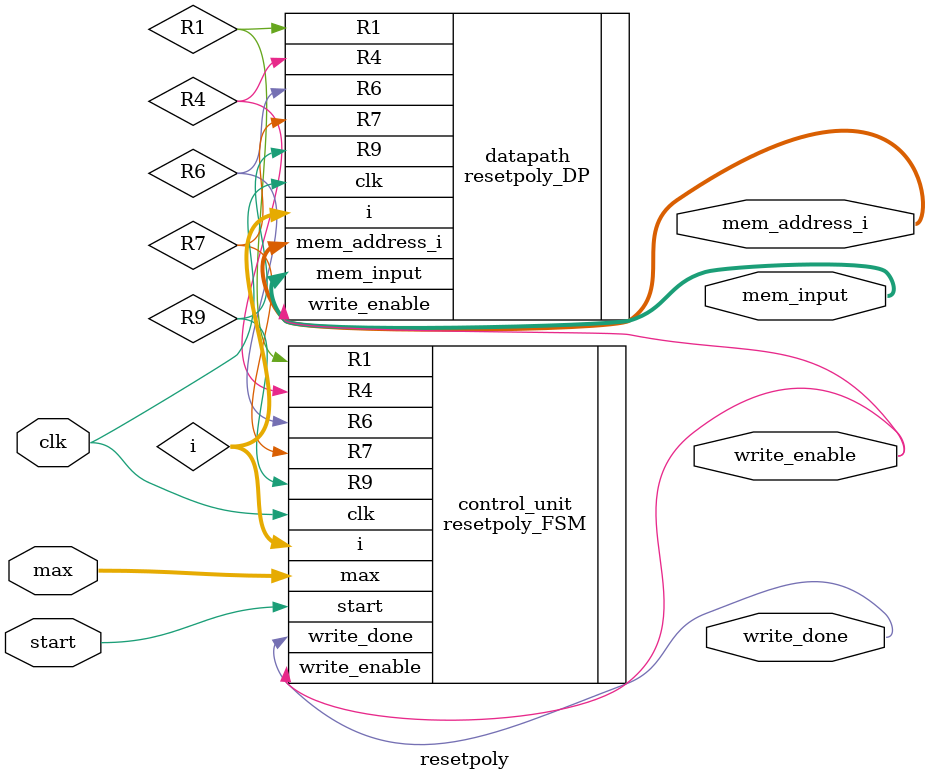
<source format=v>
`timescale 1ns / 1ps


module resetpoly(
  input clk,
  input start,
  output [25:0]mem_input,
  output [10:0]mem_address_i,
  input [10:0]max,
  output write_enable,
  output write_done
  );
  
  
  wire [10:0]i;
  
  wire R1, R4, R6, R7, R9;
  
  resetpoly_DP datapath(
      .clk(clk),
      .mem_input(mem_input),
      .mem_address_i(mem_address_i),
      .write_enable(write_enable),
      .i(i),
      .R1(R1),
      .R4(R4),
      .R6(R6),
      .R7(R7),
      .R9(R9) 
  );
  
  resetpoly_FSM control_unit(
      .clk(clk),
      .write_enable(write_enable),
      .write_done(write_done),
      .start(start),
      .max(max),
      .i(i),
      .R1(R1),
      .R4(R4),
      .R6(R6),
      .R7(R7),
      .R9(R9) 
  );
  
  
    
    
endmodule
    


</source>
